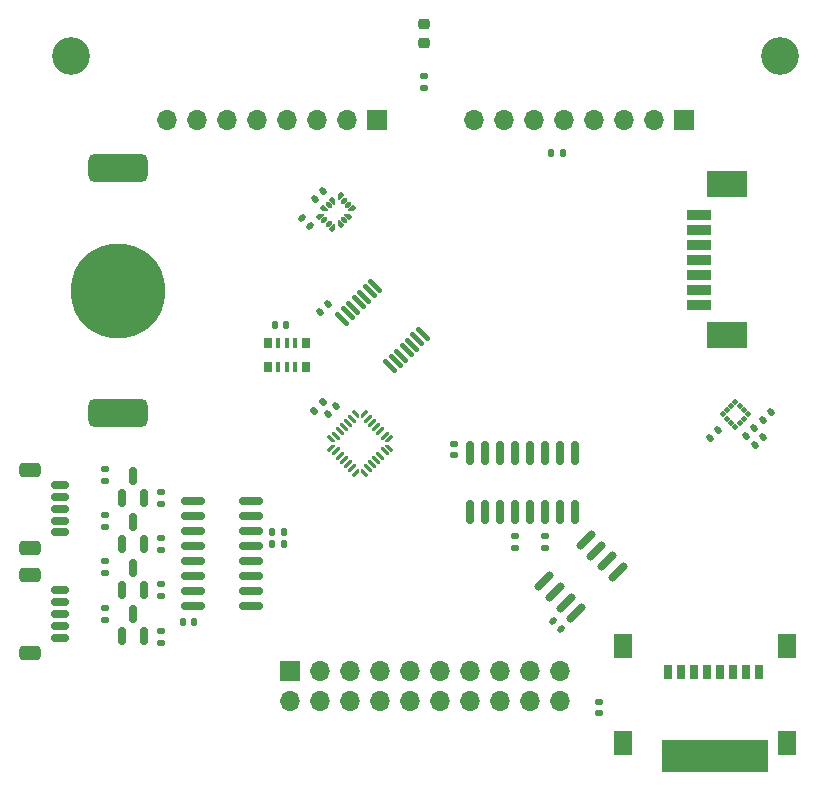
<source format=gbr>
%TF.GenerationSoftware,KiCad,Pcbnew,(6.0.9)*%
%TF.CreationDate,2022-11-26T13:31:22+01:00*%
%TF.ProjectId,MCU_PCB,4d43555f-5043-4422-9e6b-696361645f70,rev?*%
%TF.SameCoordinates,Original*%
%TF.FileFunction,Soldermask,Top*%
%TF.FilePolarity,Negative*%
%FSLAX46Y46*%
G04 Gerber Fmt 4.6, Leading zero omitted, Abs format (unit mm)*
G04 Created by KiCad (PCBNEW (6.0.9)) date 2022-11-26 13:31:22*
%MOMM*%
%LPD*%
G01*
G04 APERTURE LIST*
G04 Aperture macros list*
%AMRoundRect*
0 Rectangle with rounded corners*
0 $1 Rounding radius*
0 $2 $3 $4 $5 $6 $7 $8 $9 X,Y pos of 4 corners*
0 Add a 4 corners polygon primitive as box body*
4,1,4,$2,$3,$4,$5,$6,$7,$8,$9,$2,$3,0*
0 Add four circle primitives for the rounded corners*
1,1,$1+$1,$2,$3*
1,1,$1+$1,$4,$5*
1,1,$1+$1,$6,$7*
1,1,$1+$1,$8,$9*
0 Add four rect primitives between the rounded corners*
20,1,$1+$1,$2,$3,$4,$5,0*
20,1,$1+$1,$4,$5,$6,$7,0*
20,1,$1+$1,$6,$7,$8,$9,0*
20,1,$1+$1,$8,$9,$2,$3,0*%
%AMFreePoly0*
4,1,14,0.230680,0.111820,0.364320,-0.021821,0.377500,-0.053642,0.377500,-0.080000,0.364320,-0.111820,0.332500,-0.125000,-0.332500,-0.125000,-0.364320,-0.111820,-0.377500,-0.080000,-0.377500,0.080000,-0.364320,0.111820,-0.332500,0.125000,0.198860,0.125000,0.230680,0.111820,0.230680,0.111820,$1*%
%AMFreePoly1*
4,1,14,0.364320,0.111820,0.377500,0.080000,0.377501,0.053640,0.364318,0.021819,0.230680,-0.111820,0.198860,-0.125000,-0.332500,-0.125000,-0.364320,-0.111820,-0.377500,-0.080000,-0.377500,0.080000,-0.364320,0.111820,-0.332500,0.125000,0.332500,0.125000,0.364320,0.111820,0.364320,0.111820,$1*%
%AMFreePoly2*
4,1,15,0.053642,0.377500,0.080000,0.377500,0.111820,0.364320,0.125000,0.332500,0.125000,-0.332500,0.111820,-0.364320,0.080000,-0.377500,-0.080000,-0.377500,-0.111820,-0.364320,-0.125000,-0.332500,-0.125000,0.198860,-0.111820,0.230680,0.021820,0.364320,0.053640,0.377501,0.053642,0.377500,0.053642,0.377500,$1*%
%AMFreePoly3*
4,1,14,-0.021820,0.364320,0.111820,0.230679,0.125000,0.198858,0.125000,-0.332500,0.111820,-0.364320,0.080000,-0.377500,-0.080000,-0.377500,-0.111820,-0.364320,-0.125000,-0.332500,-0.125000,0.332500,-0.111820,0.364320,-0.080000,0.377500,-0.053640,0.377500,-0.021820,0.364320,-0.021820,0.364320,$1*%
%AMFreePoly4*
4,1,14,0.364320,0.111820,0.377500,0.080000,0.377500,-0.080000,0.364320,-0.111820,0.332500,-0.125000,-0.198860,-0.125001,-0.230681,-0.111818,-0.364320,0.021820,-0.377500,0.053640,-0.377500,0.080000,-0.364320,0.111820,-0.332500,0.125000,0.332500,0.125000,0.364320,0.111820,0.364320,0.111820,$1*%
%AMFreePoly5*
4,1,15,-0.198858,0.125000,0.332500,0.125000,0.364320,0.111820,0.377500,0.080000,0.377500,-0.080000,0.364320,-0.111820,0.332500,-0.125000,-0.332500,-0.125000,-0.364320,-0.111820,-0.377500,-0.080000,-0.377500,-0.053640,-0.364320,-0.021820,-0.230680,0.111820,-0.198860,0.125001,-0.198858,0.125000,-0.198858,0.125000,$1*%
%AMFreePoly6*
4,1,14,0.111820,0.364320,0.125000,0.332500,0.125001,-0.198860,0.111818,-0.230681,-0.021820,-0.364320,-0.053640,-0.377500,-0.080000,-0.377500,-0.111820,-0.364320,-0.125000,-0.332500,-0.125000,0.332500,-0.111820,0.364320,-0.080000,0.377500,0.080000,0.377500,0.111820,0.364320,0.111820,0.364320,$1*%
%AMFreePoly7*
4,1,14,0.111820,0.364320,0.125000,0.332500,0.125000,-0.332500,0.111820,-0.364320,0.080000,-0.377500,0.053640,-0.377501,0.021819,-0.364318,-0.111820,-0.230680,-0.125000,-0.198860,-0.125000,0.332500,-0.111820,0.364320,-0.080000,0.377500,0.080000,0.377500,0.111820,0.364320,0.111820,0.364320,$1*%
%AMFreePoly8*
4,1,48,0.036020,0.199191,0.037970,0.199714,0.040958,0.198321,0.057086,0.195477,0.069630,0.184951,0.084467,0.178033,0.290533,-0.028033,0.293203,-0.031847,0.294953,-0.032857,0.296080,-0.035957,0.305473,-0.049370,0.306900,-0.065680,0.312500,-0.081066,0.312500,-0.125000,0.310782,-0.134742,0.311361,-0.138024,0.309695,-0.140910,0.307978,-0.150652,0.295450,-0.165579,0.285709,-0.182453,
0.279350,-0.184767,0.275000,-0.189952,0.255809,-0.193336,0.237500,-0.199999,-0.237500,-0.199999,-0.247242,-0.198282,-0.250524,-0.198861,-0.253410,-0.197195,-0.263152,-0.195478,-0.278079,-0.182950,-0.294953,-0.173209,-0.297267,-0.166850,-0.302452,-0.162500,-0.305836,-0.143309,-0.312500,-0.125000,-0.312500,0.125000,-0.310782,0.134742,-0.311361,0.138024,-0.309695,0.140910,-0.307978,0.150652,
-0.295450,0.165579,-0.285709,0.182453,-0.279350,0.184767,-0.275000,0.189952,-0.255809,0.193336,-0.237500,0.199999,0.031434,0.200000,0.036020,0.199191,0.036020,0.199191,$1*%
%AMFreePoly9*
4,1,48,0.247242,0.198282,0.250524,0.198861,0.253410,0.197195,0.263152,0.195478,0.278079,0.182950,0.294953,0.173209,0.297267,0.166850,0.302452,0.162500,0.305836,0.143309,0.312500,0.125000,0.312500,0.081066,0.311691,0.076480,0.312215,0.074529,0.310820,0.071539,0.307977,0.055414,0.297452,0.042871,0.290533,0.028033,0.084467,-0.178033,0.080653,-0.180703,0.079643,-0.182453,
0.076543,-0.183580,0.063130,-0.192973,0.046819,-0.194401,0.031434,-0.200000,-0.237500,-0.199999,-0.247242,-0.198282,-0.250524,-0.198861,-0.253410,-0.197195,-0.263152,-0.195478,-0.278079,-0.182950,-0.294953,-0.173209,-0.297267,-0.166850,-0.302452,-0.162500,-0.305836,-0.143309,-0.312500,-0.125000,-0.312500,0.125000,-0.310782,0.134742,-0.311361,0.138024,-0.309695,0.140910,-0.307978,0.150652,
-0.295450,0.165579,-0.285709,0.182453,-0.279350,0.184767,-0.275000,0.189952,-0.255809,0.193336,-0.237500,0.199999,0.237500,0.199999,0.247242,0.198282,0.247242,0.198282,$1*%
%AMFreePoly10*
4,1,48,0.134742,0.310782,0.138024,0.311361,0.140910,0.309695,0.150652,0.307978,0.165579,0.295450,0.182453,0.285709,0.184767,0.279350,0.189952,0.275000,0.193336,0.255809,0.199999,0.237500,0.199999,-0.237500,0.198282,-0.247242,0.198861,-0.250524,0.197195,-0.253410,0.195478,-0.263152,0.182950,-0.278079,0.173209,-0.294953,0.166850,-0.297267,0.162500,-0.302452,0.143309,-0.305836,
0.125000,-0.312500,-0.125000,-0.312500,-0.134742,-0.310782,-0.138024,-0.311361,-0.140910,-0.309695,-0.150652,-0.307978,-0.165579,-0.295450,-0.182453,-0.285709,-0.184767,-0.279350,-0.189952,-0.275000,-0.193336,-0.255809,-0.199999,-0.237500,-0.200000,0.031434,-0.199191,0.036020,-0.199714,0.037970,-0.198321,0.040958,-0.195477,0.057086,-0.184951,0.069630,-0.178033,0.084467,0.028033,0.290533,
0.031847,0.293203,0.032857,0.294953,0.035957,0.296080,0.049370,0.305473,0.065680,0.306900,0.081066,0.312500,0.125000,0.312500,0.134742,0.310782,0.134742,0.310782,$1*%
%AMFreePoly11*
4,1,48,-0.076480,0.311691,-0.074530,0.312214,-0.071542,0.310821,-0.055414,0.307977,-0.042870,0.297451,-0.028033,0.290533,0.178033,0.084467,0.180703,0.080653,0.182453,0.079643,0.183580,0.076543,0.192973,0.063130,0.194400,0.046820,0.200000,0.031434,0.199999,-0.237500,0.198282,-0.247242,0.198861,-0.250524,0.197195,-0.253410,0.195478,-0.263152,0.182950,-0.278079,0.173209,-0.294953,
0.166850,-0.297267,0.162500,-0.302452,0.143309,-0.305836,0.125000,-0.312500,-0.125000,-0.312500,-0.134742,-0.310782,-0.138024,-0.311361,-0.140910,-0.309695,-0.150652,-0.307978,-0.165579,-0.295450,-0.182453,-0.285709,-0.184767,-0.279350,-0.189952,-0.275000,-0.193336,-0.255809,-0.199999,-0.237500,-0.199999,0.237500,-0.198282,0.247242,-0.198861,0.250524,-0.197195,0.253410,-0.195478,0.263152,
-0.182950,0.278079,-0.173209,0.294953,-0.166850,0.297267,-0.162500,0.302452,-0.143309,0.305836,-0.125000,0.312500,-0.081066,0.312500,-0.076480,0.311691,-0.076480,0.311691,$1*%
%AMFreePoly12*
4,1,48,0.247242,0.198282,0.250524,0.198861,0.253410,0.197195,0.263152,0.195478,0.278079,0.182950,0.294953,0.173209,0.297267,0.166850,0.302452,0.162500,0.305836,0.143309,0.312500,0.125000,0.312500,-0.125000,0.310782,-0.134742,0.311361,-0.138024,0.309695,-0.140910,0.307978,-0.150652,0.295450,-0.165579,0.285709,-0.182453,0.279350,-0.184767,0.275000,-0.189952,0.255809,-0.193336,
0.237500,-0.199999,-0.031434,-0.200000,-0.036020,-0.199191,-0.037971,-0.199715,-0.040961,-0.198320,-0.057086,-0.195477,-0.069629,-0.184952,-0.084467,-0.178033,-0.290533,0.028033,-0.293203,0.031847,-0.294953,0.032857,-0.296080,0.035957,-0.305473,0.049370,-0.306901,0.065681,-0.312500,0.081066,-0.312500,0.125000,-0.310782,0.134742,-0.311361,0.138024,-0.309695,0.140910,-0.307978,0.150652,
-0.295450,0.165579,-0.285709,0.182453,-0.279350,0.184767,-0.275000,0.189952,-0.255809,0.193336,-0.237500,0.199999,0.237500,0.199999,0.247242,0.198282,0.247242,0.198282,$1*%
%AMFreePoly13*
4,1,48,0.247242,0.198282,0.250524,0.198861,0.253410,0.197195,0.263152,0.195478,0.278079,0.182950,0.294953,0.173209,0.297267,0.166850,0.302452,0.162500,0.305836,0.143309,0.312500,0.125000,0.312500,-0.125000,0.310782,-0.134742,0.311361,-0.138024,0.309695,-0.140910,0.307978,-0.150652,0.295450,-0.165579,0.285709,-0.182453,0.279350,-0.184767,0.275000,-0.189952,0.255809,-0.193336,
0.237500,-0.199999,-0.237500,-0.199999,-0.247242,-0.198282,-0.250524,-0.198861,-0.253410,-0.197195,-0.263152,-0.195478,-0.278079,-0.182950,-0.294953,-0.173209,-0.297267,-0.166850,-0.302452,-0.162500,-0.305836,-0.143309,-0.312500,-0.125000,-0.312500,-0.081066,-0.311691,-0.076480,-0.312214,-0.074530,-0.310821,-0.071542,-0.307977,-0.055414,-0.297451,-0.042870,-0.290533,-0.028033,-0.084467,0.178033,
-0.080653,0.180703,-0.079643,0.182453,-0.076543,0.183580,-0.063130,0.192973,-0.046820,0.194400,-0.031434,0.200000,0.237500,0.199999,0.247242,0.198282,0.247242,0.198282,$1*%
%AMFreePoly14*
4,1,48,0.134742,0.310782,0.138024,0.311361,0.140910,0.309695,0.150652,0.307978,0.165579,0.295450,0.182453,0.285709,0.184767,0.279350,0.189952,0.275000,0.193336,0.255809,0.199999,0.237500,0.200000,-0.031434,0.199191,-0.036020,0.199715,-0.037971,0.198320,-0.040961,0.195477,-0.057086,0.184952,-0.069629,0.178033,-0.084467,-0.028033,-0.290533,-0.031847,-0.293203,-0.032857,-0.294953,
-0.035957,-0.296080,-0.049370,-0.305473,-0.065681,-0.306901,-0.081066,-0.312500,-0.125000,-0.312500,-0.134742,-0.310782,-0.138024,-0.311361,-0.140910,-0.309695,-0.150652,-0.307978,-0.165579,-0.295450,-0.182453,-0.285709,-0.184767,-0.279350,-0.189952,-0.275000,-0.193336,-0.255809,-0.199999,-0.237500,-0.199999,0.237500,-0.198282,0.247242,-0.198861,0.250524,-0.197195,0.253410,-0.195478,0.263152,
-0.182950,0.278079,-0.173209,0.294953,-0.166850,0.297267,-0.162500,0.302452,-0.143309,0.305836,-0.125000,0.312500,0.125000,0.312500,0.134742,0.310782,0.134742,0.310782,$1*%
%AMFreePoly15*
4,1,48,0.134742,0.310782,0.138024,0.311361,0.140910,0.309695,0.150652,0.307978,0.165579,0.295450,0.182453,0.285709,0.184767,0.279350,0.189952,0.275000,0.193336,0.255809,0.199999,0.237500,0.199999,-0.237500,0.198282,-0.247242,0.198861,-0.250524,0.197195,-0.253410,0.195478,-0.263152,0.182950,-0.278079,0.173209,-0.294953,0.166850,-0.297267,0.162500,-0.302452,0.143309,-0.305836,
0.125000,-0.312500,0.081066,-0.312500,0.076480,-0.311691,0.074529,-0.312215,0.071539,-0.310820,0.055414,-0.307977,0.042871,-0.297452,0.028033,-0.290533,-0.178033,-0.084467,-0.180703,-0.080653,-0.182453,-0.079643,-0.183580,-0.076543,-0.192973,-0.063130,-0.194401,-0.046819,-0.200000,-0.031434,-0.199999,0.237500,-0.198282,0.247242,-0.198861,0.250524,-0.197195,0.253410,-0.195478,0.263152,
-0.182950,0.278079,-0.173209,0.294953,-0.166850,0.297267,-0.162500,0.302452,-0.143309,0.305836,-0.125000,0.312500,0.125000,0.312500,0.134742,0.310782,0.134742,0.310782,$1*%
G04 Aperture macros list end*
%ADD10RoundRect,0.218750X-0.256250X0.218750X-0.256250X-0.218750X0.256250X-0.218750X0.256250X0.218750X0*%
%ADD11RoundRect,0.150000X0.477297X0.689429X-0.689429X-0.477297X-0.477297X-0.689429X0.689429X0.477297X0*%
%ADD12RoundRect,0.150000X0.625000X-0.150000X0.625000X0.150000X-0.625000X0.150000X-0.625000X-0.150000X0*%
%ADD13RoundRect,0.250000X0.650000X-0.350000X0.650000X0.350000X-0.650000X0.350000X-0.650000X-0.350000X0*%
%ADD14RoundRect,0.600000X1.945000X-0.600000X1.945000X0.600000X-1.945000X0.600000X-1.945000X-0.600000X0*%
%ADD15C,8.000000*%
%ADD16RoundRect,0.140000X-0.219203X-0.021213X-0.021213X-0.219203X0.219203X0.021213X0.021213X0.219203X0*%
%ADD17RoundRect,0.140000X-0.021213X0.219203X-0.219203X0.021213X0.021213X-0.219203X0.219203X-0.021213X0*%
%ADD18RoundRect,0.140000X0.170000X-0.140000X0.170000X0.140000X-0.170000X0.140000X-0.170000X-0.140000X0*%
%ADD19R,1.700000X1.700000*%
%ADD20O,1.700000X1.700000*%
%ADD21R,0.700000X0.900000*%
%ADD22R,0.400000X0.900000*%
%ADD23RoundRect,0.135000X0.185000X-0.135000X0.185000X0.135000X-0.185000X0.135000X-0.185000X-0.135000X0*%
%ADD24RoundRect,0.135000X0.135000X0.185000X-0.135000X0.185000X-0.135000X-0.185000X0.135000X-0.185000X0*%
%ADD25RoundRect,0.100000X0.521491X-0.380070X-0.380070X0.521491X-0.521491X0.380070X0.380070X-0.521491X0*%
%ADD26RoundRect,0.150000X0.825000X0.150000X-0.825000X0.150000X-0.825000X-0.150000X0.825000X-0.150000X0*%
%ADD27RoundRect,0.150000X0.150000X-0.587500X0.150000X0.587500X-0.150000X0.587500X-0.150000X-0.587500X0*%
%ADD28RoundRect,0.140000X-0.140000X-0.170000X0.140000X-0.170000X0.140000X0.170000X-0.140000X0.170000X0*%
%ADD29RoundRect,0.140000X-0.170000X0.140000X-0.170000X-0.140000X0.170000X-0.140000X0.170000X0.140000X0*%
%ADD30RoundRect,0.140000X0.140000X0.170000X-0.140000X0.170000X-0.140000X-0.170000X0.140000X-0.170000X0*%
%ADD31R,2.000000X0.900000*%
%ADD32R,3.375000X2.250000*%
%ADD33FreePoly0,315.000000*%
%ADD34RoundRect,0.062500X-0.309359X0.220971X0.220971X-0.309359X0.309359X-0.220971X-0.220971X0.309359X0*%
%ADD35FreePoly1,315.000000*%
%ADD36FreePoly2,315.000000*%
%ADD37RoundRect,0.062500X-0.309359X-0.220971X-0.220971X-0.309359X0.309359X0.220971X0.220971X0.309359X0*%
%ADD38FreePoly3,315.000000*%
%ADD39FreePoly4,315.000000*%
%ADD40FreePoly5,315.000000*%
%ADD41FreePoly6,315.000000*%
%ADD42FreePoly7,315.000000*%
%ADD43C,3.200000*%
%ADD44RoundRect,0.031500X-0.224153X0.021213X0.021213X-0.224153X0.224153X-0.021213X-0.021213X0.224153X0*%
%ADD45RoundRect,0.031500X-0.021213X-0.224153X0.224153X0.021213X0.021213X0.224153X-0.224153X-0.021213X0*%
%ADD46R,0.800000X1.200000*%
%ADD47R,1.500000X2.000000*%
%ADD48R,9.000000X2.800000*%
%ADD49FreePoly8,225.000000*%
%ADD50RoundRect,0.100000X0.079550X0.220971X-0.220971X-0.079550X-0.079550X-0.220971X0.220971X0.079550X0*%
%ADD51FreePoly9,225.000000*%
%ADD52FreePoly10,225.000000*%
%ADD53RoundRect,0.100000X-0.079550X0.220971X-0.220971X0.079550X0.079550X-0.220971X0.220971X-0.079550X0*%
%ADD54FreePoly11,225.000000*%
%ADD55FreePoly12,225.000000*%
%ADD56FreePoly13,225.000000*%
%ADD57FreePoly14,225.000000*%
%ADD58FreePoly15,225.000000*%
%ADD59RoundRect,0.150000X0.150000X-0.825000X0.150000X0.825000X-0.150000X0.825000X-0.150000X-0.825000X0*%
%ADD60RoundRect,0.135000X-0.035355X0.226274X-0.226274X0.035355X0.035355X-0.226274X0.226274X-0.035355X0*%
G04 APERTURE END LIST*
D10*
%TO.C,D1*%
X127450000Y-65862500D03*
X127450000Y-67437500D03*
%TD*%
D11*
%TO.C,U5*%
X143843878Y-112241099D03*
X142945852Y-111343074D03*
X142047826Y-110445048D03*
X141149801Y-109547022D03*
X137649622Y-113047201D03*
X138547648Y-113945226D03*
X139445674Y-114843252D03*
X140343699Y-115741278D03*
%TD*%
D12*
%TO.C,J6*%
X96632000Y-108897000D03*
X96632000Y-107897000D03*
X96632000Y-106897000D03*
X96632000Y-105897000D03*
X96632000Y-104897000D03*
D13*
X94107000Y-103597000D03*
X94107000Y-110197000D03*
%TD*%
D14*
%TO.C,BT1*%
X101560000Y-78020000D03*
X101560000Y-98820000D03*
D15*
X101560000Y-88420000D03*
%TD*%
D16*
%TO.C,C12*%
X138375339Y-116419539D03*
X139054161Y-117098361D03*
%TD*%
D17*
%TO.C,C3*%
X119313011Y-89576589D03*
X118634189Y-90255411D03*
%TD*%
D18*
%TO.C,C2*%
X142240000Y-124178000D03*
X142240000Y-123218000D03*
%TD*%
D19*
%TO.C,J1*%
X116150000Y-120675000D03*
D20*
X116150000Y-123215000D03*
X118690000Y-120675000D03*
X118690000Y-123215000D03*
X121230000Y-120675000D03*
X121230000Y-123215000D03*
X123770000Y-120675000D03*
X123770000Y-123215000D03*
X126310000Y-120675000D03*
X126310000Y-123215000D03*
X128850000Y-120675000D03*
X128850000Y-123215000D03*
X131390000Y-120675000D03*
X131390000Y-123215000D03*
X133930000Y-120675000D03*
X133930000Y-123215000D03*
X136470000Y-120675000D03*
X136470000Y-123215000D03*
X139010000Y-120675000D03*
X139010000Y-123215000D03*
%TD*%
D21*
%TO.C,Y1*%
X117424000Y-92875719D03*
D22*
X116524000Y-92875719D03*
X115824000Y-92875719D03*
X115124000Y-92875719D03*
D21*
X114224000Y-92875719D03*
X114224000Y-94875719D03*
D22*
X115124000Y-94875719D03*
X115824000Y-94875719D03*
X116524000Y-94875719D03*
D21*
X117424000Y-94875719D03*
%TD*%
D19*
%TO.C,J3*%
X149475000Y-74000000D03*
D20*
X146935000Y-74000000D03*
X144395000Y-74000000D03*
X141855000Y-74000000D03*
X139315000Y-74000000D03*
X136775000Y-74000000D03*
X134235000Y-74000000D03*
X131695000Y-74000000D03*
%TD*%
D23*
%TO.C,R13*%
X100482400Y-112371600D03*
X100482400Y-111351600D03*
%TD*%
D24*
%TO.C,R1*%
X139244800Y-76733400D03*
X138224800Y-76733400D03*
%TD*%
D25*
%TO.C,U2*%
X124597235Y-94842951D03*
X125056854Y-94383332D03*
X125516474Y-93923713D03*
X125976093Y-93464093D03*
X126435713Y-93004474D03*
X126895332Y-92544854D03*
X127354951Y-92085235D03*
X123306765Y-88037049D03*
X122847146Y-88496668D03*
X122387526Y-88956287D03*
X121927907Y-89415907D03*
X121468287Y-89875526D03*
X121008668Y-90335146D03*
X120549049Y-90794765D03*
%TD*%
D17*
%TO.C,C8*%
X152376740Y-100218258D03*
X151697918Y-100897080D03*
%TD*%
D24*
%TO.C,R5*%
X115597400Y-108839000D03*
X114577400Y-108839000D03*
%TD*%
%TO.C,R7*%
X115597400Y-109855000D03*
X114577400Y-109855000D03*
%TD*%
D26*
%TO.C,U4*%
X112812600Y-115087400D03*
X112812600Y-113817400D03*
X112812600Y-112547400D03*
X112812600Y-111277400D03*
X112812600Y-110007400D03*
X112812600Y-108737400D03*
X112812600Y-107467400D03*
X112812600Y-106197400D03*
X107862600Y-106197400D03*
X107862600Y-107467400D03*
X107862600Y-108737400D03*
X107862600Y-110007400D03*
X107862600Y-111277400D03*
X107862600Y-112547400D03*
X107862600Y-113817400D03*
X107862600Y-115087400D03*
%TD*%
D27*
%TO.C,Q3*%
X101869200Y-113787400D03*
X103769200Y-113787400D03*
X102819200Y-111912400D03*
%TD*%
%TO.C,Q4*%
X101869200Y-105964200D03*
X103769200Y-105964200D03*
X102819200Y-104089200D03*
%TD*%
D17*
%TO.C,C9*%
X156821740Y-98694258D03*
X156142918Y-99373080D03*
%TD*%
D23*
%TO.C,R14*%
X105156000Y-106501900D03*
X105156000Y-105481900D03*
%TD*%
%TO.C,R10*%
X105156000Y-110413500D03*
X105156000Y-109393500D03*
%TD*%
D28*
%TO.C,C6*%
X107040800Y-116459000D03*
X108000800Y-116459000D03*
%TD*%
D23*
%TO.C,R8*%
X105156000Y-118236700D03*
X105156000Y-117216700D03*
%TD*%
D17*
%TO.C,C14*%
X118866976Y-79996601D03*
X118188154Y-80675423D03*
%TD*%
D27*
%TO.C,Q2*%
X101869200Y-109875800D03*
X103769200Y-109875800D03*
X102819200Y-108000800D03*
%TD*%
D29*
%TO.C,C4*%
X130002550Y-101394550D03*
X130002550Y-102354550D03*
%TD*%
D30*
%TO.C,C15*%
X115796000Y-91335719D03*
X114836000Y-91335719D03*
%TD*%
D31*
%TO.C,J7*%
X150780000Y-81990000D03*
X150780000Y-83260000D03*
X150780000Y-84530000D03*
X150780000Y-85800000D03*
X150780000Y-87070000D03*
X150780000Y-88340000D03*
X150780000Y-89610000D03*
D32*
X153140000Y-79430000D03*
X153140000Y-92170000D03*
%TD*%
D33*
%TO.C,U1*%
X121692214Y-98898613D03*
D34*
X121381087Y-99294593D03*
X121027534Y-99648146D03*
X120673981Y-100001700D03*
X120320427Y-100355253D03*
X119966874Y-100708806D03*
D35*
X119570894Y-101019933D03*
D36*
X119570894Y-101723505D03*
D37*
X119966874Y-102034632D03*
X120320427Y-102388185D03*
X120673981Y-102741738D03*
X121027534Y-103095292D03*
X121381087Y-103448845D03*
D38*
X121692214Y-103844825D03*
D39*
X122395786Y-103844825D03*
D34*
X122706913Y-103448845D03*
X123060466Y-103095292D03*
X123414019Y-102741738D03*
X123767573Y-102388185D03*
X124121126Y-102034632D03*
D40*
X124517106Y-101723505D03*
D41*
X124517106Y-101019933D03*
D37*
X124121126Y-100708806D03*
X123767573Y-100355253D03*
X123414019Y-100001700D03*
X123060466Y-99648146D03*
X122706913Y-99294593D03*
D42*
X122395786Y-98898613D03*
%TD*%
D23*
%TO.C,R4*%
X137724150Y-110182350D03*
X137724150Y-109162350D03*
%TD*%
D43*
%TO.C,H2*%
X97600000Y-68600000D03*
%TD*%
D17*
%TO.C,C1*%
X119998811Y-98212589D03*
X119319989Y-98891411D03*
%TD*%
D23*
%TO.C,R15*%
X100482400Y-104548400D03*
X100482400Y-103528400D03*
%TD*%
D44*
%TO.C,U6*%
X153808258Y-97838938D03*
X153454705Y-98192491D03*
X153101151Y-98546045D03*
X152747598Y-98899598D03*
D45*
X153101151Y-99267293D03*
X153454705Y-99620847D03*
D44*
X153822400Y-99974400D03*
X154175953Y-99620847D03*
X154529507Y-99267293D03*
X154883060Y-98913740D03*
D45*
X154529507Y-98546045D03*
X154175953Y-98192491D03*
%TD*%
D23*
%TO.C,R2*%
X127450000Y-71260000D03*
X127450000Y-70240000D03*
%TD*%
D12*
%TO.C,J5*%
X96632000Y-117797000D03*
X96632000Y-116797000D03*
X96632000Y-115797000D03*
X96632000Y-114797000D03*
X96632000Y-113797000D03*
D13*
X94107000Y-119097000D03*
X94107000Y-112497000D03*
%TD*%
D16*
%TO.C,C13*%
X117121354Y-82308001D03*
X117800176Y-82986823D03*
%TD*%
D46*
%TO.C,J4*%
X148107000Y-120748000D03*
X149207000Y-120748000D03*
X150307000Y-120748000D03*
X151407000Y-120748000D03*
X152507000Y-120748000D03*
X153607000Y-120748000D03*
X154707000Y-120748000D03*
X155807000Y-120748000D03*
D47*
X158207000Y-118548000D03*
D48*
X152057000Y-127798000D03*
D47*
X144307000Y-118548000D03*
X158207000Y-126748000D03*
X144307000Y-126748000D03*
%TD*%
D23*
%TO.C,R6*%
X135158750Y-110182350D03*
X135158750Y-109162350D03*
%TD*%
D17*
%TO.C,C11*%
X155424740Y-100091258D03*
X154745918Y-100770080D03*
%TD*%
D23*
%TO.C,R12*%
X105156000Y-114325100D03*
X105156000Y-113305100D03*
%TD*%
D43*
%TO.C,H1*%
X157600000Y-68600000D03*
%TD*%
D27*
%TO.C,Q1*%
X101869200Y-117699000D03*
X103769200Y-117699000D03*
X102819200Y-115824000D03*
%TD*%
D49*
%TO.C,U7*%
X121378507Y-81517530D03*
D50*
X121024953Y-81163977D03*
X120671400Y-80810424D03*
D51*
X120317847Y-80456870D03*
D52*
X119734483Y-80810424D03*
D53*
X119380930Y-81163977D03*
D54*
X119027377Y-81517530D03*
D55*
X118673823Y-82100894D03*
D50*
X119027377Y-82454447D03*
X119380930Y-82808000D03*
D56*
X119734483Y-83161554D03*
D57*
X120317847Y-82808000D03*
D53*
X120671400Y-82454447D03*
D58*
X121024953Y-82100894D03*
%TD*%
D59*
%TO.C,U3*%
X131374150Y-107143550D03*
X132644150Y-107143550D03*
X133914150Y-107143550D03*
X135184150Y-107143550D03*
X136454150Y-107143550D03*
X137724150Y-107143550D03*
X138994150Y-107143550D03*
X140264150Y-107143550D03*
X140264150Y-102193550D03*
X138994150Y-102193550D03*
X137724150Y-102193550D03*
X136454150Y-102193550D03*
X135184150Y-102193550D03*
X133914150Y-102193550D03*
X132644150Y-102193550D03*
X131374150Y-102193550D03*
%TD*%
D19*
%TO.C,J2*%
X123475000Y-74000000D03*
D20*
X120935000Y-74000000D03*
X118395000Y-74000000D03*
X115855000Y-74000000D03*
X113315000Y-74000000D03*
X110775000Y-74000000D03*
X108235000Y-74000000D03*
X105695000Y-74000000D03*
%TD*%
D23*
%TO.C,R11*%
X100482400Y-108460000D03*
X100482400Y-107440000D03*
%TD*%
%TO.C,R9*%
X100482400Y-116283200D03*
X100482400Y-115263200D03*
%TD*%
D17*
%TO.C,C10*%
X156186740Y-100853258D03*
X155507918Y-101532080D03*
%TD*%
D60*
%TO.C,R3*%
X118902424Y-97861176D03*
X118181176Y-98582424D03*
%TD*%
M02*

</source>
